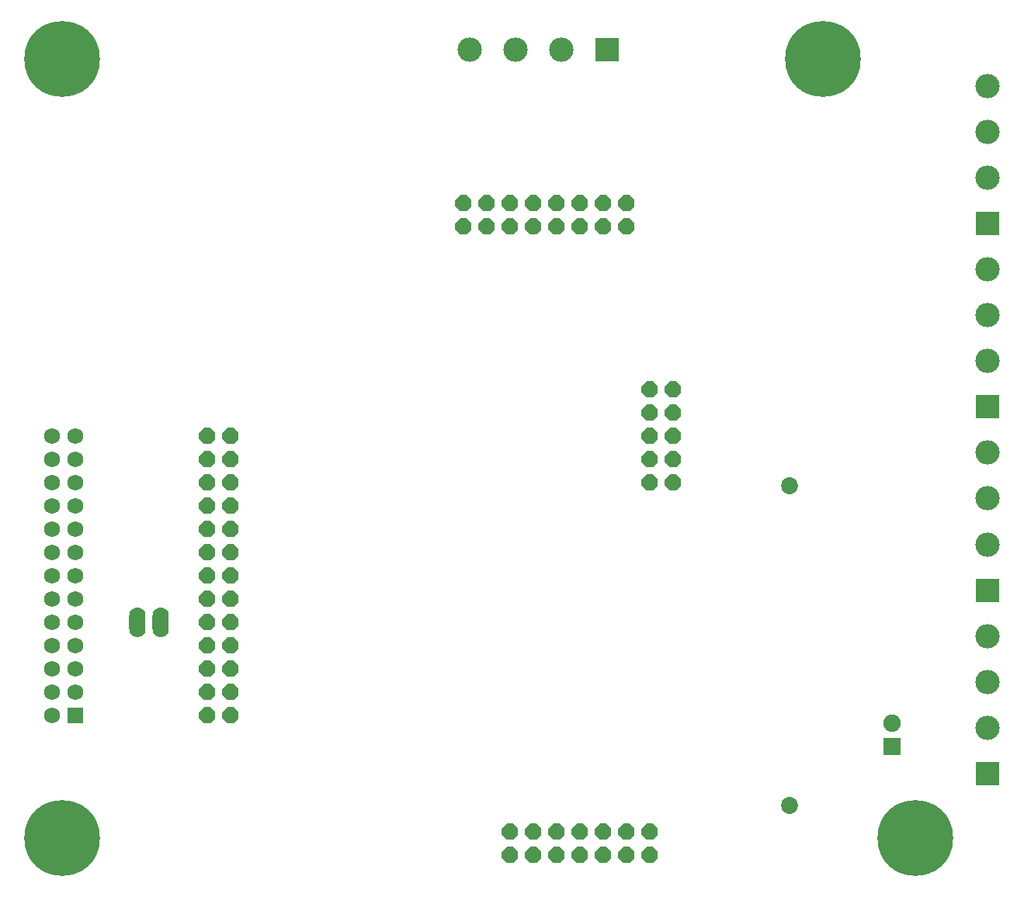
<source format=gbs>
G04 EasyPC Gerber Version 21.0.3 Build 4286 *
%FSLAX35Y35*%
%MOIN*%
%AMT23*0 Octagon Pad at angle 0*4,1,8,-0.01449,-0.03500,0.01449,-0.03500,0.03500,-0.01449,0.03500,0.01449,0.01449,0.03500,-0.01449,0.03500,-0.03500,0.01449,-0.03500,-0.01449,-0.01449,-0.03500,0*%
%ADD23T23*%
%ADD22O,0.07000X0.13000*%
%ADD24R,0.06906X0.06906*%
%ADD28R,0.07496X0.07496*%
%ADD26R,0.10449X0.10449*%
%ADD25C,0.06906*%
%ADD21C,0.07299*%
%ADD29C,0.07496*%
%ADD27C,0.10449*%
%ADD20C,0.32496*%
X0Y0D02*
D02*
D20*
X27809Y27809D03*
Y362455D03*
X354581D03*
X393951Y27809D03*
D02*
D21*
X340250Y41549D03*
Y178951D03*
D02*
D22*
X60250Y120250D03*
X70250D03*
D02*
D23*
X90250Y80250D03*
Y90250D03*
Y100250D03*
Y110250D03*
Y120250D03*
Y130250D03*
Y140250D03*
Y150250D03*
Y160250D03*
Y170250D03*
Y180250D03*
Y190250D03*
Y200250D03*
X100250Y80250D03*
Y90250D03*
Y100250D03*
Y110250D03*
Y120250D03*
Y130250D03*
Y140250D03*
Y150250D03*
Y160250D03*
Y170250D03*
Y180250D03*
Y190250D03*
Y200250D03*
X200250Y290250D03*
Y300250D03*
X210250Y290250D03*
Y300250D03*
X220250Y20250D03*
Y30250D03*
Y290250D03*
Y300250D03*
X230250Y20250D03*
Y30250D03*
Y290250D03*
Y300250D03*
X240250Y20250D03*
Y30250D03*
Y290250D03*
Y300250D03*
X250250Y20250D03*
Y30250D03*
Y290250D03*
Y300250D03*
X260250Y20250D03*
Y30250D03*
Y290250D03*
Y300250D03*
X270250Y20250D03*
Y30250D03*
Y290250D03*
Y300250D03*
X280250Y20250D03*
Y30250D03*
Y180250D03*
Y190250D03*
Y200250D03*
Y210250D03*
Y220250D03*
X290250Y180250D03*
Y190250D03*
Y200250D03*
Y210250D03*
Y220250D03*
D02*
D24*
X33518Y80250D03*
D02*
D25*
X23518D03*
Y90250D03*
Y100250D03*
Y110250D03*
Y120250D03*
Y130250D03*
Y140250D03*
Y150250D03*
Y160250D03*
Y170250D03*
Y180250D03*
Y190250D03*
Y200250D03*
X33518Y90250D03*
Y100250D03*
Y110250D03*
Y120250D03*
Y130250D03*
Y140250D03*
Y150250D03*
Y160250D03*
Y170250D03*
Y180250D03*
Y190250D03*
Y200250D03*
D02*
D26*
X261864Y366470D03*
X425250Y55447D03*
Y134187D03*
Y212927D03*
Y291667D03*
D02*
D27*
X202809Y366470D03*
X222494D03*
X242179D03*
X425250Y75132D03*
Y94817D03*
Y114502D03*
Y153872D03*
Y173557D03*
Y193242D03*
Y232612D03*
Y252297D03*
Y271982D03*
Y311352D03*
Y331037D03*
Y350722D03*
D02*
D28*
X384108Y67179D03*
D02*
D29*
Y77179D03*
X0Y0D02*
M02*

</source>
